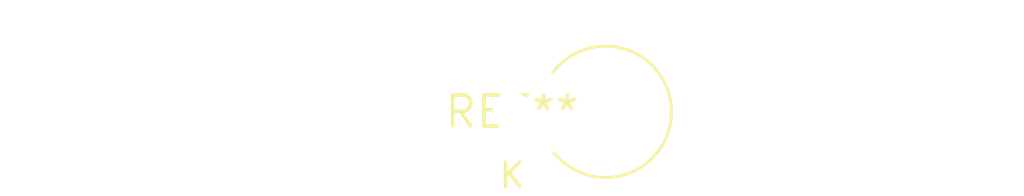
<source format=kicad_pcb>
(kicad_pcb (version 20240108) (generator pcbnew)
  (layers (0 "F.Cu" signal) (31 "B.Cu" signal) (34 "B.Paste" user) (35 "F.Paste" user) (36 "B.SilkS" user "B.Silkscreen") (37 "F.SilkS" user "F.Silkscreen") (38 "B.Mask" user) (39 "F.Mask" user) (44 "Edge.Cuts" user))
  (net 0 "")
  (footprint "D_DO-201AD_P3.81mm_Vertical_KathodeUp" (layer "F.Cu") (at 0 0)
    (property "Reference" "REF**")
    (property "Value" "D_DO-201AD_P3.81mm_Vertical_KathodeUp")
    (fp_arc (start 1.655284 -1.6) (mid 6.493382 -0.047582) (end 1.713364 1.675386) (layer "F.SilkS") (stroke (width 0.12)))
    (fp_text user "K" (at 0 2.6 0) (layer "F.SilkS"))
    (pad "1" thru_hole rect (at 0 0) (size 3.2 3.2) (drill 1.6) (layers *.Cu *.Mask) (remove_unused_layers))
    (pad "2" thru_hole oval (at 3.81 0) (size 3.2 3.2) (drill 1.6) (layers *.Cu *.Mask) (remove_unused_layers))
  )
)
</source>
